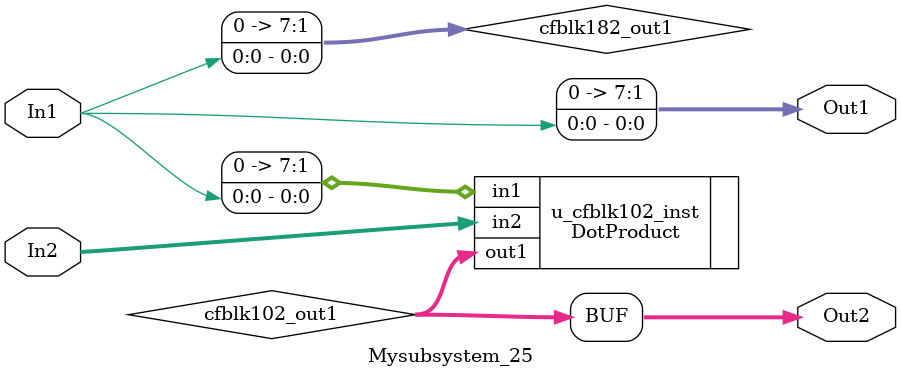
<source format=v>



`timescale 1 ns / 1 ns

module Mysubsystem_25
          (In1,
           In2,
           Out1,
           Out2);


  input   In1;
  input   [7:0] In2;  // uint8
  output  [7:0] Out1;  // uint8
  output  [15:0] Out2;  // uint16


  wire [7:0] cfblk182_out1;  // uint8
  wire [15:0] cfblk102_out1;  // uint16


  assign cfblk182_out1 = {7'b0, In1};



  assign Out1 = cfblk182_out1;

  DotProduct u_cfblk102_inst (.in1(cfblk182_out1),  // uint8
                              .in2(In2),  // uint8
                              .out1(cfblk102_out1)  // uint16
                              );

  assign Out2 = cfblk102_out1;

endmodule  // Mysubsystem_25


</source>
